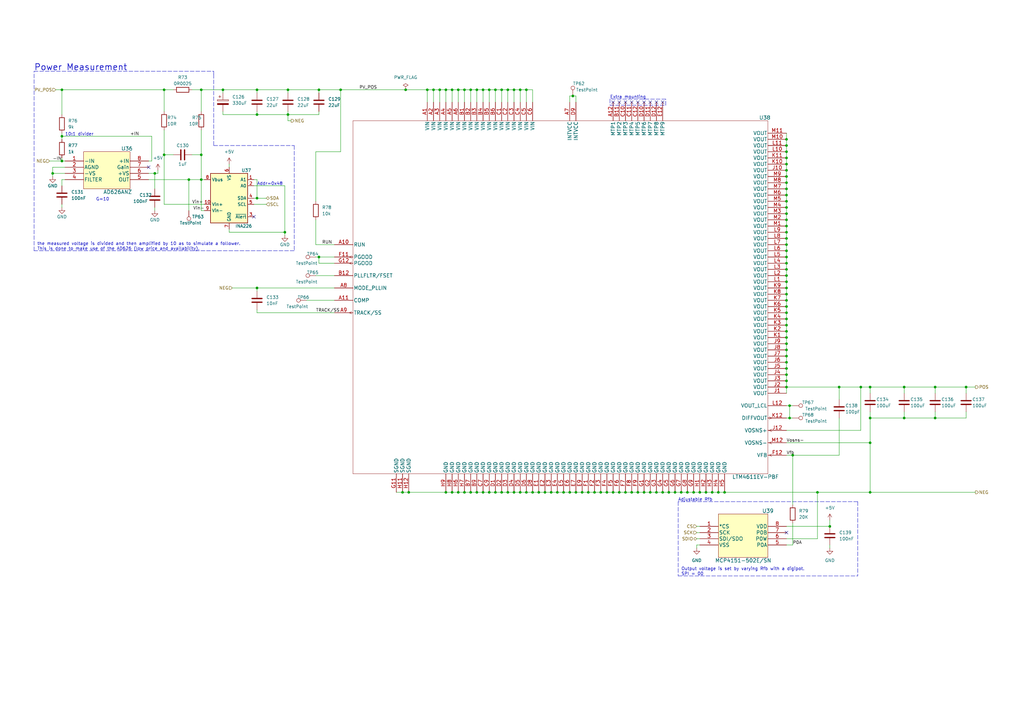
<source format=kicad_sch>
(kicad_sch (version 20211123) (generator eeschema)
  (paper "A3")
  (lib_symbols
    (symbol "AD626ANZ:AD626ANZ" (pin_names (offset 0.254))
      (property "Reference" "U?" (at 39.37 10.16 0))
      (property "Value" "AD626ANZ" (at 39.37 6.35 0))
      (symbol "AD626ANZ_1_1"
        (rectangle (start 29.21 3.81) (end 48.26 -11.43) (fill (type background)))
        (pin unspecified line (at 21.59 0 0) (length 7.62) (name "-IN") (number "1"))
        (pin unspecified line (at 21.59 -2.54 0) (length 7.62) (name "AGND") (number "2"))
        (pin power_in line (at 21.59 -5.08 0) (length 7.62) (name "-VS") (number "3"))
        (pin unspecified line (at 21.59 -7.62 0) (length 7.62) (name "FILTER") (number "4"))
        (pin unspecified line (at 55.88 -7.62 180) (length 7.62) (name "OUT") (number "5"))
        (pin power_in line (at 55.88 -5.08 180) (length 7.62) (name "+VS") (number "6"))
        (pin unspecified line (at 55.88 -2.54 180) (length 7.62) (name "Gain") (number "7"))
        (pin unspecified line (at 55.88 0 180) (length 7.62) (name "+IN") (number "8"))
      )
    )
    (symbol "Analog_ADC:INA226"
      (property "Reference" "U" (at -6.35 11.43 0))
      (property "Value" "INA226" (at 3.81 11.43 0))
      (symbol "INA226_0_1"
        (rectangle (start 7.62 10.16) (end -7.62 -10.16) (stroke (width 0.254)) (fill (type background)))
      )
      (symbol "INA226_1_1"
        (pin input line (at 10.16 7.62 180) (length 2.54) (name "A1") (number "1"))
        (pin input line (at -10.16 -2.54 0) (length 2.54) (name "Vin+") (number "10"))
        (pin input line (at 10.16 5.08 180) (length 2.54) (name "A0") (number "2"))
        (pin open_collector line (at 10.16 -7.62 180) (length 2.54) (name "~{Alert}") (number "3"))
        (pin bidirectional line (at 10.16 0 180) (length 2.54) (name "SDA") (number "4"))
        (pin input line (at 10.16 -2.54 180) (length 2.54) (name "SCL") (number "5"))
        (pin power_in line (at 0 12.7 270) (length 2.54) (name "VS") (number "6"))
        (pin power_in line (at 0 -12.7 90) (length 2.54) (name "GND") (number "7"))
        (pin input line (at -10.16 7.62 0) (length 2.54) (name "Vbus") (number "8"))
        (pin input line (at -10.16 -5.08 0) (length 2.54) (name "Vin-") (number "9"))
      )
    )
    (symbol "Connector:TestPoint" (pin_numbers hide) (pin_names (offset 0.762) hide)
      (property "Reference" "TP" (at 0 6.858 0))
      (property "Value" "TestPoint" (at 0 5.08 0))
      (symbol "TestPoint_0_1"
        (circle (center 0 3.302) (radius 0.762))
      )
      (symbol "TestPoint_1_1"
        (pin passive line (at 0 0 90) (length 2.54) (name "1") (number "1"))
      )
    )
    (symbol "Device:C" (pin_numbers hide) (pin_names (offset 0.254))
      (property "Reference" "C" (at 0.635 2.54 0))
      (property "Value" "C" (at 0.635 -2.54 0))
      (symbol "C_0_1"
        (polyline (pts (xy -2.032 -0.762) (xy 2.032 -0.762)) (stroke (width 0.508)))
        (polyline (pts (xy -2.032 0.762) (xy 2.032 0.762)) (stroke (width 0.508)))
      )
      (symbol "C_1_1"
        (pin passive line (at 0 3.81 270) (length 2.794) (name "~") (number "1"))
        (pin passive line (at 0 -3.81 90) (length 2.794) (name "~") (number "2"))
      )
    )
    (symbol "Device:C_Polarized" (pin_numbers hide) (pin_names (offset 0.254))
      (property "Reference" "C" (at 0.635 2.54 0))
      (property "Value" "C_Polarized" (at 0.635 -2.54 0))
      (symbol "C_Polarized_0_1"
        (rectangle (start -2.286 0.508) (end 2.286 1.016))
        (polyline (pts (xy -1.778 2.286) (xy -0.762 2.286)))
        (polyline (pts (xy -1.27 2.794) (xy -1.27 1.778)))
        (rectangle (start 2.286 -0.508) (end -2.286 -1.016) (fill (type outline)))
      )
      (symbol "C_Polarized_1_1"
        (pin passive line (at 0 3.81 270) (length 2.794) (name "~") (number "1"))
        (pin passive line (at 0 -3.81 90) (length 2.794) (name "~") (number "2"))
      )
    )
    (symbol "Device:R" (pin_numbers hide) (pin_names (offset 0))
      (property "Reference" "R" (at 2.032 0 90))
      (property "Value" "R" (at 0 0 90))
      (symbol "R_0_1"
        (rectangle (start -1.016 -2.54) (end 1.016 2.54) (stroke (width 0.254)))
      )
      (symbol "R_1_1"
        (pin passive line (at 0 3.81 270) (length 1.27) (name "~") (number "1"))
        (pin passive line (at 0 -3.81 90) (length 1.27) (name "~") (number "2"))
      )
    )
    (symbol "LTM4611EV:LTM4611EV-PBF" (pin_names (offset 0.254))
      (property "Reference" "U38" (at 176.53 52.07 0))
      (property "Value" "LTM4611EV-PBF" (at 172.72 -95.25 0))
      (symbol "LTM4611EV-PBF_1_1"
        (polyline (pts (xy 7.112 -28.448) (xy 6.0452 -27.94)) (stroke (width 0.127)))
        (polyline (pts (xy 7.112 -27.432) (xy 6.0452 -27.94)) (stroke (width 0.127)))
        (polyline (pts (xy 7.112 -8.128) (xy 6.0452 -7.62)) (stroke (width 0.127)))
        (polyline (pts (xy 7.112 -7.112) (xy 6.0452 -7.62)) (stroke (width 0.127)))
        (polyline (pts (xy 7.112 -5.588) (xy 6.0452 -5.08)) (stroke (width 0.127)))
        (polyline (pts (xy 7.112 -4.572) (xy 6.0452 -5.08)) (stroke (width 0.127)))
        (polyline (pts (xy 7.62 -93.98) (xy 177.8 -93.98)) (stroke (width 0.127)))
        (polyline (pts (xy 7.62 50.8) (xy 7.62 -93.98)) (stroke (width 0.127)))
        (polyline (pts (xy 177.8 -93.98) (xy 177.8 50.8)) (stroke (width 0.127)))
        (polyline (pts (xy 177.8 50.8) (xy 7.62 50.8)) (stroke (width 0.127)))
        (polyline (pts (xy 178.308 -86.36) (xy 179.3748 -86.868)) (stroke (width 0.127)))
        (polyline (pts (xy 178.308 -86.36) (xy 179.3748 -85.852)) (stroke (width 0.127)))
        (polyline (pts (xy 178.308 -81.28) (xy 179.3748 -81.788)) (stroke (width 0.127)))
        (polyline (pts (xy 178.308 -81.28) (xy 179.3748 -80.772)) (stroke (width 0.127)))
        (polyline (pts (xy 178.308 -76.2) (xy 179.3748 -76.708)) (stroke (width 0.127)))
        (polyline (pts (xy 178.308 -76.2) (xy 179.3748 -75.692)) (stroke (width 0.127)))
        (polyline (pts (xy 178.308 -71.628) (xy 179.3748 -71.12)) (stroke (width 0.127)))
        (polyline (pts (xy 178.308 -70.612) (xy 179.3748 -71.12)) (stroke (width 0.127)))
        (pin power_in line (at 38.1 58.42 270) (length 7.62) (name "VIN") (number "A1"))
        (pin unspecified line (at 0 0 0) (length 7.62) (name "RUN") (number "A10"))
        (pin unspecified line (at 0 -22.86 0) (length 7.62) (name "COMP") (number "A11"))
        (pin unspecified line (at 114.3 58.42 270) (length 7.62) (name "MTP1") (number "A12"))
        (pin power_in line (at 40.64 58.42 270) (length 7.62) (name "VIN") (number "A2"))
        (pin power_in line (at 43.18 58.42 270) (length 7.62) (name "VIN") (number "A3"))
        (pin power_in line (at 45.72 58.42 270) (length 7.62) (name "VIN") (number "A4"))
        (pin power_in line (at 48.26 58.42 270) (length 7.62) (name "VIN") (number "A5"))
        (pin power_in line (at 50.8 58.42 270) (length 7.62) (name "VIN") (number "A6"))
        (pin passive line (at 96.52 58.42 270) (length 7.62) (name "INTVCC") (number "A7"))
        (pin unspecified line (at 0 -17.78 0) (length 7.62) (name "MODE_PLLIN") (number "A8"))
        (pin output line (at 0 -27.94 0) (length 7.62) (name "TRACK/SS") (number "A9"))
        (pin power_in line (at 53.34 58.42 270) (length 7.62) (name "VIN") (number "B1"))
        (pin unspecified line (at 116.84 58.42 270) (length 7.62) (name "MTP2") (number "B11"))
        (pin unspecified line (at 0 -12.7 0) (length 7.62) (name "PLLFLTR/FSET") (number "B12"))
        (pin power_in line (at 55.88 58.42 270) (length 7.62) (name "VIN") (number "B2"))
        (pin power_in line (at 58.42 58.42 270) (length 7.62) (name "VIN") (number "B3"))
        (pin power_in line (at 60.96 58.42 270) (length 7.62) (name "VIN") (number "B4"))
        (pin power_in line (at 63.5 58.42 270) (length 7.62) (name "VIN") (number "B5"))
        (pin power_in line (at 66.04 58.42 270) (length 7.62) (name "VIN") (number "B6"))
        (pin power_in line (at 55.88 -101.6 90) (length 7.62) (name "GND") (number "B7"))
        (pin power_in line (at 58.42 -101.6 90) (length 7.62) (name "GND") (number "B9"))
        (pin power_in line (at 68.58 58.42 270) (length 7.62) (name "VIN") (number "C1"))
        (pin unspecified line (at 119.38 58.42 270) (length 7.62) (name "MTP3") (number "C10"))
        (pin unspecified line (at 121.92 58.42 270) (length 7.62) (name "MTP4") (number "C11"))
        (pin unspecified line (at 124.46 58.42 270) (length 7.62) (name "MTP5") (number "C12"))
        (pin power_in line (at 71.12 58.42 270) (length 7.62) (name "VIN") (number "C2"))
        (pin power_in line (at 73.66 58.42 270) (length 7.62) (name "VIN") (number "C3"))
        (pin power_in line (at 76.2 58.42 270) (length 7.62) (name "VIN") (number "C4"))
        (pin power_in line (at 78.74 58.42 270) (length 7.62) (name "VIN") (number "C5"))
        (pin power_in line (at 81.28 58.42 270) (length 7.62) (name "VIN") (number "C6"))
        (pin power_in line (at 60.96 -101.6 90) (length 7.62) (name "GND") (number "C7"))
        (pin power_in line (at 63.5 -101.6 90) (length 7.62) (name "GND") (number "C9"))
        (pin power_in line (at 66.04 -101.6 90) (length 7.62) (name "GND") (number "D1"))
        (pin unspecified line (at 127 58.42 270) (length 7.62) (name "MTP6") (number "D10"))
        (pin unspecified line (at 129.54 58.42 270) (length 7.62) (name "MTP7") (number "D11"))
        (pin unspecified line (at 132.08 58.42 270) (length 7.62) (name "MTP8") (number "D12"))
        (pin power_in line (at 68.58 -101.6 90) (length 7.62) (name "GND") (number "D2"))
        (pin power_in line (at 71.12 -101.6 90) (length 7.62) (name "GND") (number "D3"))
        (pin power_in line (at 73.66 -101.6 90) (length 7.62) (name "GND") (number "D4"))
        (pin power_in line (at 76.2 -101.6 90) (length 7.62) (name "GND") (number "D5"))
        (pin power_in line (at 78.74 -101.6 90) (length 7.62) (name "GND") (number "D6"))
        (pin power_in line (at 81.28 -101.6 90) (length 7.62) (name "GND") (number "D8"))
        (pin passive line (at 99.06 58.42 270) (length 7.62) (name "INTVCC") (number "D9"))
        (pin power_in line (at 83.82 -101.6 90) (length 7.62) (name "GND") (number "E1"))
        (pin unspecified line (at 134.62 58.42 270) (length 7.62) (name "MTP9") (number "E12"))
        (pin power_in line (at 86.36 -101.6 90) (length 7.62) (name "GND") (number "E2"))
        (pin power_in line (at 88.9 -101.6 90) (length 7.62) (name "GND") (number "E3"))
        (pin power_in line (at 91.44 -101.6 90) (length 7.62) (name "GND") (number "E4"))
        (pin power_in line (at 93.98 -101.6 90) (length 7.62) (name "GND") (number "E5"))
        (pin power_in line (at 96.52 -101.6 90) (length 7.62) (name "GND") (number "E6"))
        (pin power_in line (at 99.06 -101.6 90) (length 7.62) (name "GND") (number "E7"))
        (pin power_in line (at 101.6 -101.6 90) (length 7.62) (name "GND") (number "E9"))
        (pin power_in line (at 104.14 -101.6 90) (length 7.62) (name "GND") (number "F1"))
        (pin passive line (at 0 -5.08 0) (length 7.62) (name "PGOOD") (number "F11"))
        (pin input line (at 185.42 -86.36 180) (length 7.62) (name "VFB") (number "F12"))
        (pin power_in line (at 106.68 -101.6 90) (length 7.62) (name "GND") (number "F2"))
        (pin power_in line (at 109.22 -101.6 90) (length 7.62) (name "GND") (number "F3"))
        (pin power_in line (at 111.76 -101.6 90) (length 7.62) (name "GND") (number "F4"))
        (pin power_in line (at 114.3 -101.6 90) (length 7.62) (name "GND") (number "F5"))
        (pin power_in line (at 116.84 -101.6 90) (length 7.62) (name "GND") (number "F6"))
        (pin power_in line (at 119.38 -101.6 90) (length 7.62) (name "GND") (number "F7"))
        (pin power_in line (at 121.92 -101.6 90) (length 7.62) (name "GND") (number "F8"))
        (pin power_in line (at 124.46 -101.6 90) (length 7.62) (name "GND") (number "F9"))
        (pin power_in line (at 127 -101.6 90) (length 7.62) (name "GND") (number "G1"))
        (pin power_in line (at 25.4 -101.6 90) (length 7.62) (name "SGND") (number "G11"))
        (pin passive line (at 0 -7.62 0) (length 7.62) (name "PGOOD") (number "G12"))
        (pin power_in line (at 129.54 -101.6 90) (length 7.62) (name "GND") (number "G2"))
        (pin power_in line (at 132.08 -101.6 90) (length 7.62) (name "GND") (number "G3"))
        (pin power_in line (at 134.62 -101.6 90) (length 7.62) (name "GND") (number "G4"))
        (pin power_in line (at 137.16 -101.6 90) (length 7.62) (name "GND") (number "G5"))
        (pin power_in line (at 139.7 -101.6 90) (length 7.62) (name "GND") (number "G6"))
        (pin power_in line (at 142.24 -101.6 90) (length 7.62) (name "GND") (number "G7"))
        (pin power_in line (at 144.78 -101.6 90) (length 7.62) (name "GND") (number "G8"))
        (pin power_in line (at 147.32 -101.6 90) (length 7.62) (name "GND") (number "G9"))
        (pin power_in line (at 149.86 -101.6 90) (length 7.62) (name "GND") (number "H1"))
        (pin power_in line (at 27.94 -101.6 90) (length 7.62) (name "SGND") (number "H11"))
        (pin power_in line (at 30.48 -101.6 90) (length 7.62) (name "SGND") (number "H12"))
        (pin power_in line (at 152.4 -101.6 90) (length 7.62) (name "GND") (number "H2"))
        (pin power_in line (at 154.94 -101.6 90) (length 7.62) (name "GND") (number "H3"))
        (pin power_in line (at 157.48 -101.6 90) (length 7.62) (name "GND") (number "H4"))
        (pin power_in line (at 160.02 -101.6 90) (length 7.62) (name "GND") (number "H5"))
        (pin power_in line (at 50.8 -101.6 90) (length 7.62) (name "GND") (number "H6"))
        (pin power_in line (at 53.34 -101.6 90) (length 7.62) (name "GND") (number "H7"))
        (pin power_in line (at 48.26 -101.6 90) (length 7.62) (name "GND") (number "H8"))
        (pin power_in line (at 45.72 -101.6 90) (length 7.62) (name "GND") (number "H9"))
        (pin power_in line (at 185.42 -60.96 180) (length 7.62) (name "VOUT") (number "J1"))
        (pin power_in line (at 185.42 30.48 180) (length 7.62) (name "VOUT") (number "J10"))
        (pin input line (at 185.42 -76.2 180) (length 7.62) (name "VOSNS+") (number "J12"))
        (pin power_in line (at 185.42 -58.42 180) (length 7.62) (name "VOUT") (number "J2"))
        (pin power_in line (at 185.42 -55.88 180) (length 7.62) (name "VOUT") (number "J3"))
        (pin power_in line (at 185.42 -53.34 180) (length 7.62) (name "VOUT") (number "J4"))
        (pin power_in line (at 185.42 -50.8 180) (length 7.62) (name "VOUT") (number "J5"))
        (pin power_in line (at 185.42 -48.26 180) (length 7.62) (name "VOUT") (number "J6"))
        (pin power_in line (at 185.42 -45.72 180) (length 7.62) (name "VOUT") (number "J7"))
        (pin power_in line (at 185.42 -43.18 180) (length 7.62) (name "VOUT") (number "J8"))
        (pin power_in line (at 185.42 -40.64 180) (length 7.62) (name "VOUT") (number "J9"))
        (pin power_in line (at 185.42 -38.1 180) (length 7.62) (name "VOUT") (number "K1"))
        (pin power_in line (at 185.42 33.02 180) (length 7.62) (name "VOUT") (number "K10"))
        (pin power_in line (at 185.42 35.56 180) (length 7.62) (name "VOUT") (number "K11"))
        (pin output line (at 185.42 -71.12 180) (length 7.62) (name "DIFFVOUT") (number "K12"))
        (pin power_in line (at 185.42 -35.56 180) (length 7.62) (name "VOUT") (number "K2"))
        (pin power_in line (at 185.42 -33.02 180) (length 7.62) (name "VOUT") (number "K3"))
        (pin power_in line (at 185.42 -30.48 180) (length 7.62) (name "VOUT") (number "K4"))
        (pin power_in line (at 185.42 -27.94 180) (length 7.62) (name "VOUT") (number "K5"))
        (pin power_in line (at 185.42 -25.4 180) (length 7.62) (name "VOUT") (number "K6"))
        (pin power_in line (at 185.42 -22.86 180) (length 7.62) (name "VOUT") (number "K7"))
        (pin power_in line (at 185.42 -20.32 180) (length 7.62) (name "VOUT") (number "K8"))
        (pin power_in line (at 185.42 -17.78 180) (length 7.62) (name "VOUT") (number "K9"))
        (pin power_in line (at 185.42 -15.24 180) (length 7.62) (name "VOUT") (number "L1"))
        (pin power_in line (at 185.42 38.1 180) (length 7.62) (name "VOUT") (number "L10"))
        (pin power_in line (at 185.42 40.64 180) (length 7.62) (name "VOUT") (number "L11"))
        (pin input line (at 185.42 -66.04 180) (length 7.62) (name "VOUT_LCL") (number "L12"))
        (pin power_in line (at 185.42 -12.7 180) (length 7.62) (name "VOUT") (number "L2"))
        (pin power_in line (at 185.42 -10.16 180) (length 7.62) (name "VOUT") (number "L3"))
        (pin power_in line (at 185.42 -7.62 180) (length 7.62) (name "VOUT") (number "L4"))
        (pin power_in line (at 185.42 -5.08 180) (length 7.62) (name "VOUT") (number "L5"))
        (pin power_in line (at 185.42 -2.54 180) (length 7.62) (name "VOUT") (number "L6"))
        (pin power_in line (at 185.42 0 180) (length 7.62) (name "VOUT") (number "L7"))
        (pin power_in line (at 185.42 2.54 180) (length 7.62) (name "VOUT") (number "L8"))
        (pin power_in line (at 185.42 5.08 180) (length 7.62) (name "VOUT") (number "L9"))
        (pin power_in line (at 185.42 7.62 180) (length 7.62) (name "VOUT") (number "M1"))
        (pin power_in line (at 185.42 43.18 180) (length 7.62) (name "VOUT") (number "M10"))
        (pin power_in line (at 185.42 45.72 180) (length 7.62) (name "VOUT") (number "M11"))
        (pin input line (at 185.42 -81.28 180) (length 7.62) (name "VOSNS-") (number "M12"))
        (pin power_in line (at 185.42 10.16 180) (length 7.62) (name "VOUT") (number "M2"))
        (pin power_in line (at 185.42 12.7 180) (length 7.62) (name "VOUT") (number "M3"))
        (pin power_in line (at 185.42 15.24 180) (length 7.62) (name "VOUT") (number "M4"))
        (pin power_in line (at 185.42 17.78 180) (length 7.62) (name "VOUT") (number "M5"))
        (pin power_in line (at 185.42 20.32 180) (length 7.62) (name "VOUT") (number "M6"))
        (pin power_in line (at 185.42 22.86 180) (length 7.62) (name "VOUT") (number "M7"))
        (pin power_in line (at 185.42 25.4 180) (length 7.62) (name "VOUT") (number "M8"))
        (pin power_in line (at 185.42 27.94 180) (length 7.62) (name "VOUT") (number "M9"))
      )
    )
    (symbol "MCP4151:MCP4151-502E{slash}SN" (pin_names (offset 0.254))
      (property "Reference" "U7" (at 58.42 6.35 0))
      (property "Value" "MCP4151-502E/SN" (at 48.26 -13.97 0))
      (symbol "MCP4151-502E{slash}SN_0_1"
        (rectangle (start 38.1 5.08) (end 58.42 -12.7) (fill (type background)))
      )
      (symbol "MCP4151-502E{slash}SN_1_1"
        (pin input line (at 30.48 0 0) (length 7.62) (name "*CS") (number "1"))
        (pin input line (at 30.48 -2.54 0) (length 7.62) (name "SCK") (number "2"))
        (pin bidirectional line (at 30.48 -5.08 0) (length 7.62) (name "SDI/SDO") (number "3"))
        (pin power_in line (at 30.48 -7.62 0) (length 7.62) (name "VSS") (number "4"))
        (pin passive line (at 66.04 -7.62 180) (length 7.62) (name "P0A") (number "5"))
        (pin passive line (at 66.04 -5.08 180) (length 7.62) (name "P0W") (number "6"))
        (pin passive line (at 66.04 -2.54 180) (length 7.62) (name "P0B") (number "7"))
        (pin power_in line (at 66.04 0 180) (length 7.62) (name "VDD") (number "8"))
      )
    )
    (symbol "power:+5V" (power) (pin_names (offset 0))
      (property "Value" "+5V" (at 0 3.556 0))
      (symbol "+5V_0_1"
        (polyline (pts (xy -0.762 1.27) (xy 0 2.54)))
        (polyline (pts (xy 0 0) (xy 0 2.54)))
        (polyline (pts (xy 0 2.54) (xy 0.762 1.27)))
      )
      (symbol "+5V_1_1"
        (pin power_in line (at 0 0 90) (length 0) hide (name "+5V") (number "1"))
      )
    )
    (symbol "power:GND" (power) (pin_names (offset 0))
      (property "Value" "GND" (at 0 -3.81 0))
      (symbol "GND_0_1"
        (polyline (pts (xy 0 0) (xy 0 -1.27) (xy 1.27 -1.27) (xy 0 -2.54) (xy -1.27 -1.27) (xy 0 -1.27)))
      )
      (symbol "GND_1_1"
        (pin power_in line (at 0 0 270) (length 0) hide (name "GND") (number "1"))
      )
    )
    (symbol "power:PWR_FLAG" (power) (pin_numbers hide) (pin_names (offset 0) hide)
      (property "Value" "PWR_FLAG" (at 0 3.81 0))
      (symbol "PWR_FLAG_0_0"
        (pin power_out line (at 0 0 90) (length 0) (name "pwr") (number "1"))
      )
      (symbol "PWR_FLAG_0_1"
        (polyline (pts (xy 0 0) (xy 0 1.27) (xy -1.016 1.905) (xy 0 2.54) (xy 1.016 1.905) (xy 0 1.27)))
      )
    )
  )
  (junction (at 167.64 201.93))
  (junction (at 238.76 201.93))
  (junction (at 223.52 201.93))
  (junction (at 203.2 36.83))
  (junction (at 25.4 66.04))
  (junction (at 187.96 36.83))
  (junction (at 322.58 110.49))
  (junction (at 246.38 201.93))
  (junction (at 105.41 118.11))
  (junction (at 166.37 36.83))
  (junction (at 226.06 201.93))
  (junction (at 322.58 130.81))
  (junction (at 322.58 59.69))
  (junction (at 118.11 46.99))
  (junction (at 21.59 71.12))
  (junction (at 356.87 201.93))
  (junction (at 180.34 36.83))
  (junction (at 105.41 46.99))
  (junction (at 279.4 201.93))
  (junction (at 187.96 201.93))
  (junction (at 91.44 36.83))
  (junction (at 118.11 36.83))
  (junction (at 185.42 36.83))
  (junction (at 322.58 123.19))
  (junction (at 322.58 97.79))
  (junction (at 130.81 105.41))
  (junction (at 284.48 201.93))
  (junction (at 297.18 201.93))
  (junction (at 322.58 153.67))
  (junction (at 220.98 201.93))
  (junction (at 231.14 201.93))
  (junction (at 210.82 201.93))
  (junction (at 200.66 36.83))
  (junction (at 322.58 69.85))
  (junction (at 139.7 36.83))
  (junction (at 205.74 201.93))
  (junction (at 322.58 67.31))
  (junction (at 25.4 55.88))
  (junction (at 243.84 201.93))
  (junction (at 383.54 171.45))
  (junction (at 322.58 90.17))
  (junction (at 344.17 158.75))
  (junction (at 356.87 181.61))
  (junction (at 203.2 201.93))
  (junction (at 67.31 36.83))
  (junction (at 198.12 201.93))
  (junction (at 340.36 215.9))
  (junction (at 182.88 201.93))
  (junction (at 200.66 201.93))
  (junction (at 322.58 95.25))
  (junction (at 67.31 63.5))
  (junction (at 323.85 171.45))
  (junction (at 322.58 146.05))
  (junction (at 322.58 85.09))
  (junction (at 190.5 36.83))
  (junction (at 251.46 201.93))
  (junction (at 322.58 151.13))
  (junction (at 322.58 100.33))
  (junction (at 287.02 201.93))
  (junction (at 213.36 201.93))
  (junction (at 322.58 113.03))
  (junction (at 213.36 36.83))
  (junction (at 322.58 64.77))
  (junction (at 185.42 201.93))
  (junction (at 396.24 158.75))
  (junction (at 325.12 186.69))
  (junction (at 281.94 201.93))
  (junction (at 322.58 133.35))
  (junction (at 116.84 95.25))
  (junction (at 195.58 36.83))
  (junction (at 208.28 36.83))
  (junction (at 322.58 156.21))
  (junction (at 256.54 201.93))
  (junction (at 105.41 81.28))
  (junction (at 175.26 36.83))
  (junction (at 322.58 105.41))
  (junction (at 182.88 36.83))
  (junction (at 198.12 36.83))
  (junction (at 190.5 201.93))
  (junction (at 269.24 201.93))
  (junction (at 322.58 128.27))
  (junction (at 274.32 201.93))
  (junction (at 248.92 201.93))
  (junction (at 276.86 201.93))
  (junction (at 259.08 201.93))
  (junction (at 205.74 36.83))
  (junction (at 289.56 201.93))
  (junction (at 82.55 63.5))
  (junction (at 208.28 201.93))
  (junction (at 322.58 140.97))
  (junction (at 233.68 201.93))
  (junction (at 322.58 72.39))
  (junction (at 241.3 201.93))
  (junction (at 322.58 102.87))
  (junction (at 266.7 201.93))
  (junction (at 292.1 201.93))
  (junction (at 322.58 115.57))
  (junction (at 25.4 36.83))
  (junction (at 370.84 158.75))
  (junction (at 323.85 166.37))
  (junction (at 193.04 36.83))
  (junction (at 322.58 135.89))
  (junction (at 294.64 201.93))
  (junction (at 335.28 201.93))
  (junction (at 370.84 171.45))
  (junction (at 356.87 171.45))
  (junction (at 254 201.93))
  (junction (at 236.22 201.93))
  (junction (at 165.1 201.93))
  (junction (at 210.82 36.83))
  (junction (at 264.16 201.93))
  (junction (at 322.58 80.01))
  (junction (at 322.58 57.15))
  (junction (at 322.58 62.23))
  (junction (at 177.8 36.83))
  (junction (at 234.95 39.37))
  (junction (at 383.54 158.75))
  (junction (at 322.58 143.51))
  (junction (at 228.6 201.93))
  (junction (at 77.47 73.66))
  (junction (at 322.58 158.75))
  (junction (at 193.04 201.93))
  (junction (at 322.58 82.55))
  (junction (at 130.81 36.83))
  (junction (at 322.58 148.59))
  (junction (at 215.9 36.83))
  (junction (at 322.58 87.63))
  (junction (at 218.44 201.93))
  (junction (at 322.58 92.71))
  (junction (at 322.58 74.93))
  (junction (at 82.55 73.66))
  (junction (at 261.62 201.93))
  (junction (at 322.58 120.65))
  (junction (at 322.58 107.95))
  (junction (at 356.87 158.75))
  (junction (at 82.55 36.83))
  (junction (at 195.58 201.93))
  (junction (at 271.78 201.93))
  (junction (at 215.9 201.93))
  (junction (at 353.06 158.75))
  (junction (at 322.58 125.73))
  (junction (at 63.5 71.12))
  (junction (at 322.58 118.11))
  (junction (at 322.58 77.47))
  (junction (at 322.58 138.43))
  (junction (at 105.41 36.83))
  (no_connect (at 104.14 88.9))
  (no_connect (at 256.54 41.91))
  (no_connect (at 261.62 41.91))
  (no_connect (at 264.16 41.91))
  (no_connect (at 266.7 41.91))
  (no_connect (at 60.96 68.58))
  (no_connect (at 271.78 41.91))
  (no_connect (at 322.58 218.44))
  (no_connect (at 251.46 41.91))
  (no_connect (at 254 41.91))
  (no_connect (at 269.24 41.91))
  (no_connect (at 259.08 41.91))
  (wire (pts (xy 20.32 66.04) (xy 25.4 66.04)))
  (wire (pts (xy 335.28 201.93) (xy 356.87 201.93)))
  (wire (pts (xy 322.58 92.71) (xy 322.58 90.17)))
  (wire (pts (xy 93.98 67.31) (xy 93.98 68.58)))
  (wire (pts (xy 213.36 36.83) (xy 213.36 41.91)))
  (wire (pts (xy 208.28 36.83) (xy 210.82 36.83)))
  (polyline (pts (xy 13.97 29.21) (xy 87.63 29.21)))
  (wire (pts (xy 353.06 158.75) (xy 356.87 158.75)))
  (wire (pts (xy 185.42 201.93) (xy 187.96 201.93)))
  (wire (pts (xy 82.55 36.83) (xy 91.44 36.83)))
  (wire (pts (xy 322.58 143.51) (xy 322.58 146.05)))
  (wire (pts (xy 205.74 36.83) (xy 205.74 41.91)))
  (wire (pts (xy 322.58 87.63) (xy 322.58 90.17)))
  (wire (pts (xy 322.58 54.61) (xy 322.58 57.15)))
  (wire (pts (xy 322.58 146.05) (xy 322.58 148.59)))
  (wire (pts (xy 137.16 100.33) (xy 129.54 100.33)))
  (wire (pts (xy 203.2 201.93) (xy 205.74 201.93)))
  (wire (pts (xy 198.12 201.93) (xy 200.66 201.93)))
  (wire (pts (xy 180.34 36.83) (xy 180.34 41.91)))
  (wire (pts (xy 322.58 72.39) (xy 322.58 74.93)))
  (wire (pts (xy 325.12 186.69) (xy 325.12 207.01)))
  (wire (pts (xy 175.26 41.91) (xy 175.26 36.83)))
  (wire (pts (xy 292.1 201.93) (xy 294.64 201.93)))
  (wire (pts (xy 165.1 201.93) (xy 162.56 201.93)))
  (wire (pts (xy 287.02 201.93) (xy 284.48 201.93)))
  (wire (pts (xy 396.24 158.75) (xy 396.24 161.29)))
  (wire (pts (xy 264.16 201.93) (xy 266.7 201.93)))
  (wire (pts (xy 356.87 181.61) (xy 356.87 201.93)))
  (wire (pts (xy 215.9 36.83) (xy 218.44 36.83)))
  (wire (pts (xy 215.9 36.83) (xy 215.9 41.91)))
  (wire (pts (xy 116.84 76.2) (xy 116.84 95.25)))
  (wire (pts (xy 177.8 36.83) (xy 180.34 36.83)))
  (wire (pts (xy 182.88 36.83) (xy 182.88 41.91)))
  (wire (pts (xy 130.81 45.72) (xy 130.81 46.99)))
  (wire (pts (xy 344.17 158.75) (xy 344.17 163.83)))
  (wire (pts (xy 356.87 171.45) (xy 356.87 181.61)))
  (wire (pts (xy 325.12 186.69) (xy 344.17 186.69)))
  (wire (pts (xy 223.52 201.93) (xy 226.06 201.93)))
  (wire (pts (xy 63.5 85.09) (xy 63.5 86.36)))
  (wire (pts (xy 64.77 69.85) (xy 64.77 71.12)))
  (wire (pts (xy 77.47 73.66) (xy 77.47 86.36)))
  (wire (pts (xy 370.84 158.75) (xy 370.84 161.29)))
  (wire (pts (xy 82.55 73.66) (xy 83.82 73.66)))
  (wire (pts (xy 118.11 36.83) (xy 130.81 36.83)))
  (wire (pts (xy 139.7 62.23) (xy 139.7 36.83)))
  (wire (pts (xy 83.82 83.82) (xy 67.31 83.82)))
  (wire (pts (xy 251.46 201.93) (xy 254 201.93)))
  (wire (pts (xy 220.98 201.93) (xy 223.52 201.93)))
  (wire (pts (xy 284.48 201.93) (xy 281.94 201.93)))
  (wire (pts (xy 322.58 100.33) (xy 322.58 97.79)))
  (wire (pts (xy 137.16 107.95) (xy 130.81 107.95)))
  (wire (pts (xy 256.54 201.93) (xy 259.08 201.93)))
  (wire (pts (xy 200.66 36.83) (xy 203.2 36.83)))
  (wire (pts (xy 195.58 36.83) (xy 195.58 41.91)))
  (wire (pts (xy 22.86 36.83) (xy 25.4 36.83)))
  (wire (pts (xy 167.64 201.93) (xy 182.88 201.93)))
  (wire (pts (xy 25.4 36.83) (xy 67.31 36.83)))
  (wire (pts (xy 396.24 158.75) (xy 400.05 158.75)))
  (wire (pts (xy 213.36 36.83) (xy 215.9 36.83)))
  (wire (pts (xy 356.87 158.75) (xy 370.84 158.75)))
  (wire (pts (xy 322.58 113.03) (xy 322.58 110.49)))
  (wire (pts (xy 104.14 83.82) (xy 109.22 83.82)))
  (wire (pts (xy 322.58 220.98) (xy 335.28 220.98)))
  (wire (pts (xy 125.73 123.19) (xy 137.16 123.19)))
  (wire (pts (xy 93.98 95.25) (xy 93.98 93.98)))
  (wire (pts (xy 91.44 36.83) (xy 105.41 36.83)))
  (wire (pts (xy 344.17 171.45) (xy 344.17 186.69)))
  (wire (pts (xy 198.12 36.83) (xy 198.12 41.91)))
  (polyline (pts (xy 87.63 29.21) (xy 87.63 30.48)))
  (wire (pts (xy 241.3 201.93) (xy 243.84 201.93)))
  (wire (pts (xy 243.84 201.93) (xy 246.38 201.93)))
  (wire (pts (xy 25.4 55.88) (xy 25.4 57.15)))
  (wire (pts (xy 177.8 36.83) (xy 177.8 41.91)))
  (wire (pts (xy 322.58 80.01) (xy 322.58 82.55)))
  (wire (pts (xy 105.41 36.83) (xy 118.11 36.83)))
  (wire (pts (xy 356.87 168.91) (xy 356.87 171.45)))
  (wire (pts (xy 203.2 36.83) (xy 205.74 36.83)))
  (wire (pts (xy 118.11 45.72) (xy 118.11 46.99)))
  (wire (pts (xy 236.22 39.37) (xy 236.22 41.91)))
  (wire (pts (xy 322.58 176.53) (xy 353.06 176.53)))
  (wire (pts (xy 322.58 130.81) (xy 322.58 133.35)))
  (polyline (pts (xy 351.79 205.74) (xy 351.79 236.22)))
  (wire (pts (xy 116.84 95.25) (xy 116.84 96.52)))
  (wire (pts (xy 210.82 201.93) (xy 213.36 201.93)))
  (wire (pts (xy 322.58 100.33) (xy 322.58 102.87)))
  (wire (pts (xy 129.54 62.23) (xy 139.7 62.23)))
  (wire (pts (xy 105.41 118.11) (xy 105.41 119.38)))
  (wire (pts (xy 190.5 36.83) (xy 190.5 41.91)))
  (wire (pts (xy 325.12 171.45) (xy 323.85 171.45)))
  (polyline (pts (xy 273.05 43.18) (xy 273.05 40.64)))
  (wire (pts (xy 254 201.93) (xy 256.54 201.93)))
  (wire (pts (xy 353.06 176.53) (xy 353.06 158.75)))
  (wire (pts (xy 182.88 36.83) (xy 185.42 36.83)))
  (wire (pts (xy 93.98 95.25) (xy 116.84 95.25)))
  (wire (pts (xy 322.58 92.71) (xy 322.58 95.25)))
  (wire (pts (xy 67.31 63.5) (xy 71.12 63.5)))
  (wire (pts (xy 104.14 76.2) (xy 116.84 76.2)))
  (wire (pts (xy 193.04 36.83) (xy 193.04 41.91)))
  (wire (pts (xy 274.32 201.93) (xy 276.86 201.93)))
  (wire (pts (xy 190.5 201.93) (xy 187.96 201.93)))
  (wire (pts (xy 335.28 220.98) (xy 335.28 201.93)))
  (wire (pts (xy 322.58 64.77) (xy 322.58 67.31)))
  (wire (pts (xy 21.59 68.58) (xy 26.67 68.58)))
  (wire (pts (xy 271.78 201.93) (xy 274.32 201.93)))
  (wire (pts (xy 118.11 36.83) (xy 118.11 38.1)))
  (wire (pts (xy 25.4 36.83) (xy 25.4 46.99)))
  (wire (pts (xy 297.18 201.93) (xy 294.64 201.93)))
  (wire (pts (xy 78.74 36.83) (xy 82.55 36.83)))
  (wire (pts (xy 208.28 201.93) (xy 210.82 201.93)))
  (wire (pts (xy 322.58 158.75) (xy 344.17 158.75)))
  (polyline (pts (xy 278.13 205.74) (xy 278.13 236.22)))
  (wire (pts (xy 322.58 105.41) (xy 322.58 107.95)))
  (wire (pts (xy 322.58 62.23) (xy 322.58 59.69)))
  (wire (pts (xy 285.75 220.98) (xy 287.02 220.98)))
  (wire (pts (xy 130.81 36.83) (xy 139.7 36.83)))
  (wire (pts (xy 198.12 36.83) (xy 200.66 36.83)))
  (wire (pts (xy 285.75 223.52) (xy 287.02 223.52)))
  (wire (pts (xy 130.81 105.41) (xy 129.54 105.41)))
  (wire (pts (xy 322.58 153.67) (xy 322.58 156.21)))
  (wire (pts (xy 118.11 49.53) (xy 119.38 49.53)))
  (wire (pts (xy 325.12 214.63) (xy 325.12 223.52)))
  (polyline (pts (xy 351.79 205.74) (xy 278.13 205.74)))
  (wire (pts (xy 105.41 36.83) (xy 105.41 38.1)))
  (wire (pts (xy 193.04 36.83) (xy 195.58 36.83)))
  (wire (pts (xy 322.58 166.37) (xy 323.85 166.37)))
  (wire (pts (xy 205.74 201.93) (xy 208.28 201.93)))
  (wire (pts (xy 105.41 81.28) (xy 109.22 81.28)))
  (wire (pts (xy 233.68 201.93) (xy 236.22 201.93)))
  (wire (pts (xy 91.44 36.83) (xy 91.44 38.1)))
  (wire (pts (xy 356.87 171.45) (xy 370.84 171.45)))
  (wire (pts (xy 340.36 213.36) (xy 340.36 215.9)))
  (wire (pts (xy 285.75 224.79) (xy 285.75 223.52)))
  (wire (pts (xy 322.58 138.43) (xy 322.58 140.97)))
  (wire (pts (xy 185.42 36.83) (xy 187.96 36.83)))
  (wire (pts (xy 271.78 201.93) (xy 269.24 201.93)))
  (wire (pts (xy 233.68 201.93) (xy 231.14 201.93)))
  (wire (pts (xy 82.55 63.5) (xy 82.55 73.66)))
  (wire (pts (xy 210.82 36.83) (xy 210.82 41.91)))
  (wire (pts (xy 356.87 158.75) (xy 356.87 161.29)))
  (wire (pts (xy 21.59 68.58) (xy 21.59 71.12)))
  (wire (pts (xy 82.55 73.66) (xy 82.55 86.36)))
  (wire (pts (xy 130.81 105.41) (xy 137.16 105.41)))
  (wire (pts (xy 187.96 36.83) (xy 190.5 36.83)))
  (wire (pts (xy 129.54 90.17) (xy 129.54 100.33)))
  (wire (pts (xy 62.23 66.04) (xy 60.96 66.04)))
  (wire (pts (xy 322.58 95.25) (xy 322.58 97.79)))
  (wire (pts (xy 285.75 215.9) (xy 287.02 215.9)))
  (wire (pts (xy 63.5 71.12) (xy 63.5 77.47)))
  (wire (pts (xy 218.44 201.93) (xy 220.98 201.93)))
  (wire (pts (xy 383.54 158.75) (xy 383.54 161.29)))
  (wire (pts (xy 322.58 85.09) (xy 322.58 87.63)))
  (wire (pts (xy 226.06 201.93) (xy 228.6 201.93)))
  (wire (pts (xy 210.82 36.83) (xy 213.36 36.83)))
  (wire (pts (xy 105.41 45.72) (xy 105.41 46.99)))
  (wire (pts (xy 105.41 73.66) (xy 105.41 81.28)))
  (wire (pts (xy 82.55 53.34) (xy 82.55 63.5)))
  (polyline (pts (xy 120.65 102.87) (xy 13.97 102.87)))
  (wire (pts (xy 21.59 71.12) (xy 21.59 72.39)))
  (wire (pts (xy 322.58 107.95) (xy 322.58 110.49)))
  (wire (pts (xy 60.96 73.66) (xy 77.47 73.66)))
  (wire (pts (xy 340.36 223.52) (xy 340.36 224.79)))
  (wire (pts (xy 195.58 36.83) (xy 198.12 36.83)))
  (wire (pts (xy 276.86 201.93) (xy 279.4 201.93)))
  (wire (pts (xy 322.58 82.55) (xy 322.58 85.09)))
  (wire (pts (xy 261.62 201.93) (xy 264.16 201.93)))
  (wire (pts (xy 25.4 54.61) (xy 25.4 55.88)))
  (wire (pts (xy 130.81 107.95) (xy 130.81 105.41)))
  (wire (pts (xy 166.37 36.83) (xy 175.26 36.83)))
  (wire (pts (xy 322.58 133.35) (xy 322.58 135.89)))
  (wire (pts (xy 82.55 86.36) (xy 83.82 86.36)))
  (wire (pts (xy 370.84 171.45) (xy 383.54 171.45)))
  (wire (pts (xy 322.58 128.27) (xy 322.58 130.81)))
  (wire (pts (xy 322.58 151.13) (xy 322.58 148.59)))
  (wire (pts (xy 322.58 113.03) (xy 322.58 115.57)))
  (wire (pts (xy 190.5 201.93) (xy 193.04 201.93)))
  (wire (pts (xy 323.85 171.45) (xy 322.58 171.45)))
  (wire (pts (xy 370.84 168.91) (xy 370.84 171.45)))
  (wire (pts (xy 129.54 82.55) (xy 129.54 62.23)))
  (wire (pts (xy 396.24 171.45) (xy 383.54 171.45)))
  (wire (pts (xy 383.54 168.91) (xy 383.54 171.45)))
  (wire (pts (xy 139.7 36.83) (xy 166.37 36.83)))
  (wire (pts (xy 322.58 115.57) (xy 322.58 118.11)))
  (wire (pts (xy 67.31 83.82) (xy 67.31 63.5)))
  (wire (pts (xy 238.76 201.93) (xy 241.3 201.93)))
  (wire (pts (xy 104.14 81.28) (xy 105.41 81.28)))
  (wire (pts (xy 234.95 39.37) (xy 236.22 39.37)))
  (wire (pts (xy 130.81 36.83) (xy 130.81 38.1)))
  (wire (pts (xy 91.44 45.72) (xy 91.44 46.99)))
  (wire (pts (xy 285.75 218.44) (xy 287.02 218.44)))
  (wire (pts (xy 322.58 123.19) (xy 322.58 125.73)))
  (wire (pts (xy 322.58 151.13) (xy 322.58 153.67)))
  (wire (pts (xy 322.58 140.97) (xy 322.58 143.51)))
  (wire (pts (xy 180.34 36.83) (xy 182.88 36.83)))
  (wire (pts (xy 187.96 36.83) (xy 187.96 41.91)))
  (wire (pts (xy 137.16 128.27) (xy 105.41 128.27)))
  (wire (pts (xy 297.18 201.93) (xy 335.28 201.93)))
  (wire (pts (xy 322.58 181.61) (xy 356.87 181.61)))
  (wire (pts (xy 233.68 39.37) (xy 234.95 39.37)))
  (wire (pts (xy 236.22 201.93) (xy 238.76 201.93)))
  (wire (pts (xy 105.41 118.11) (xy 137.16 118.11)))
  (wire (pts (xy 60.96 71.12) (xy 63.5 71.12)))
  (wire (pts (xy 200.66 36.83) (xy 200.66 41.91)))
  (wire (pts (xy 77.47 73.66) (xy 82.55 73.66)))
  (wire (pts (xy 21.59 71.12) (xy 26.67 71.12)))
  (wire (pts (xy 322.58 57.15) (xy 322.58 59.69)))
  (wire (pts (xy 322.58 77.47) (xy 322.58 74.93)))
  (wire (pts (xy 322.58 102.87) (xy 322.58 105.41)))
  (wire (pts (xy 67.31 36.83) (xy 67.31 45.72)))
  (wire (pts (xy 62.23 55.88) (xy 62.23 66.04)))
  (wire (pts (xy 322.58 223.52) (xy 325.12 223.52)))
  (wire (pts (xy 105.41 128.27) (xy 105.41 127)))
  (polyline (pts (xy 120.65 59.69) (xy 120.65 102.87)))
  (wire (pts (xy 208.28 36.83) (xy 208.28 41.91)))
  (wire (pts (xy 322.58 135.89) (xy 322.58 138.43)))
  (wire (pts (xy 82.55 36.83) (xy 82.55 45.72)))
  (wire (pts (xy 325.12 186.69) (xy 322.58 186.69)))
  (wire (pts (xy 370.84 158.75) (xy 383.54 158.75)))
  (wire (pts (xy 289.56 201.93) (xy 292.1 201.93)))
  (wire (pts (xy 25.4 64.77) (xy 25.4 66.04)))
  (wire (pts (xy 118.11 46.99) (xy 130.81 46.99)))
  (wire (pts (xy 104.14 73.66) (xy 105.41 73.66)))
  (wire (pts (xy 91.44 46.99) (xy 105.41 46.99)))
  (wire (pts (xy 25.4 55.88) (xy 62.23 55.88)))
  (wire (pts (xy 78.74 63.5) (xy 82.55 63.5)))
  (wire (pts (xy 396.24 168.91) (xy 396.24 171.45)))
  (wire (pts (xy 198.12 201.93) (xy 195.58 201.93)))
  (wire (pts (xy 248.92 201.93) (xy 251.46 201.93)))
  (wire (pts (xy 323.85 166.37) (xy 323.85 171.45)))
  (wire (pts (xy 118.11 46.99) (xy 118.11 49.53)))
  (wire (pts (xy 228.6 201.93) (xy 231.14 201.93)))
  (wire (pts (xy 25.4 66.04) (xy 26.67 66.04)))
  (wire (pts (xy 129.54 113.03) (xy 137.16 113.03)))
  (wire (pts (xy 233.68 41.91) (xy 233.68 39.37)))
  (polyline (pts (xy 87.63 59.69) (xy 120.65 59.69)))
  (wire (pts (xy 344.17 158.75) (xy 353.06 158.75)))
  (polyline (pts (xy 87.63 30.48) (xy 87.63 59.69)))
  (wire (pts (xy 322.58 215.9) (xy 340.36 215.9)))
  (wire (pts (xy 67.31 63.5) (xy 67.31 53.34)))
  (wire (pts (xy 322.58 118.11) (xy 322.58 120.65)))
  (wire (pts (xy 259.08 201.93) (xy 261.62 201.93)))
  (wire (pts (xy 182.88 201.93) (xy 185.42 201.93)))
  (wire (pts (xy 287.02 201.93) (xy 289.56 201.93)))
  (wire (pts (xy 26.67 73.66) (xy 25.4 73.66)))
  (wire (pts (xy 200.66 201.93) (xy 203.2 201.93)))
  (wire (pts (xy 322.58 120.65) (xy 322.58 123.19)))
  (wire (pts (xy 167.64 201.93) (xy 165.1 201.93)))
  (wire (pts (xy 322.58 125.73) (xy 322.58 128.27)))
  (wire (pts (xy 356.87 201.93) (xy 400.05 201.93)))
  (wire (pts (xy 322.58 67.31) (xy 322.58 69.85)))
  (wire (pts (xy 205.74 36.83) (xy 208.28 36.83)))
  (wire (pts (xy 63.5 71.12) (xy 64.77 71.12)))
  (wire (pts (xy 383.54 158.75) (xy 396.24 158.75)))
  (wire (pts (xy 25.4 83.82) (xy 25.4 85.09)))
  (wire (pts (xy 323.85 166.37) (xy 325.12 166.37)))
  (wire (pts (xy 281.94 201.93) (xy 279.4 201.93)))
  (wire (pts (xy 25.4 73.66) (xy 25.4 76.2)))
  (wire (pts (xy 95.25 118.11) (xy 105.41 118.11)))
  (polyline (pts (xy 250.19 43.18) (xy 273.05 43.18)))
  (wire (pts (xy 67.31 36.83) (xy 71.12 36.83)))
  (wire (pts (xy 213.36 201.93) (xy 215.9 201.93)))
  (wire (pts (xy 203.2 36.83) (xy 203.2 41.91)))
  (polyline (pts (xy 250.19 40.64) (xy 250.19 43.18)))
  (wire (pts (xy 190.5 36.83) (xy 193.04 36.83)))
  (wire (pts (xy 322.58 72.39) (xy 322.58 69.85)))
  (wire (pts (xy 218.44 36.83) (xy 218.44 41.91)))
  (wire (pts (xy 322.58 62.23) (xy 322.58 64.77)))
  (wire (pts (xy 322.58 158.75) (xy 322.58 161.29)))
  (polyline (pts (xy 13.97 102.87) (xy 13.97 29.21)))
  (wire (pts (xy 246.38 201.93) (xy 248.92 201.93)))
  (wire (pts (xy 193.04 201.93) (xy 195.58 201.93)))
  (wire (pts (xy 215.9 201.93) (xy 218.44 201.93)))
  (polyline (pts (xy 278.13 236.22) (xy 351.79 236.22)))
  (wire (pts (xy 322.58 77.47) (xy 322.58 80.01)))
  (wire (pts (xy 175.26 36.83) (xy 177.8 36.83)))
  (wire (pts (xy 266.7 201.93) (xy 269.24 201.93)))
  (wire (pts (xy 185.42 36.83) (xy 185.42 41.91)))
  (polyline (pts (xy 273.05 40.64) (xy 250.19 40.64)))
  (wire (pts (xy 105.41 46.99) (xy 118.11 46.99)))
  (wire (pts (xy 322.58 156.21) (xy 322.58 158.75)))
  (text "Addr=0x48" (at 105.41 76.2 0) (effects (font (size 1.27 1.27)) (justify left bottom)))
  (text "G=10" (at 39.37 82.55 0) (effects (font (size 1.27 1.27)) (justify left bottom)))
  (text "Power Measurement\n" (at 13.97 29.21 0) (effects (font (size 2.54 2.54) (thickness 0.254) bold) (justify left bottom)))
  (text "the measured voltage is divided and then amplified by 10 as to simulate a follower.\nThis is done to make use of the AD626 (low price and availability)." (at 15.24 102.87 0) (effects (font (size 1.27 1.27)) (justify left bottom)))
  (text "Adjustable Rfb\n" (at 278.13 205.74 0) (effects (font (size 1.27 1.27)) (justify left bottom)))
  (text "Extra mounting" (at 250.19 40.64 0) (effects (font (size 1.27 1.27)) (justify left bottom)))
  (text "Output voltage is set by varying Rfb with a digipot.\nSPI = 00" (at 279.4 236.22 0) (effects (font (size 1.27 1.27)) (justify left bottom)))
  (text "10:1 divider" (at 26.67 55.88 0) (effects (font (size 1.27 1.27)) (justify left bottom)))
  (label "-IN" (at 21.59 66.04 0))
  (label "Vfb" (at 322.58 186.69 0))
  (label "Vosns-" (at 322.58 181.61 0))
  (label "TRACK{slash}SS" (at 129.54 128.27 0))
  (label "Vin+" (at 78.74 83.82 0))
  (label "RUN" (at 132.08 100.33 0))
  (label "+IN" (at 53.34 55.88 0))
  (label "PV_POS" (at 147.32 36.83 0))
  (label "P0A" (at 325.12 223.52 0))
  (label "Vin-" (at 83.82 86.36 180))
  (hierarchical_label "POS" (shape output) (at 400.05 158.75 0))
  (hierarchical_label "SCK" (shape input) (at 285.75 218.44 180))
  (hierarchical_label "SDIO" (shape bidirectional) (at 285.75 220.98 180))
  (hierarchical_label "CS" (shape input) (at 285.75 215.9 180))
  (hierarchical_label "SDA" (shape bidirectional) (at 109.22 81.28 0))
  (hierarchical_label "NEG" (shape output) (at 119.38 49.53 0))
  (hierarchical_label "NEG" (shape input) (at 95.25 118.11 180))
  (hierarchical_label "SCL" (shape input) (at 109.22 83.82 0))
  (hierarchical_label "NEG" (shape output) (at 400.05 201.93 0))
  (hierarchical_label "NEG" (shape input) (at 20.32 66.04 180))
  (hierarchical_label "PV_POS" (shape input) (at 22.86 36.83 180))
  (symbol (lib_id "power:GND") (at 340.36 224.79 0) (unit 1)
    (property "Reference" "#PWR0110" (effects hide))
    (property "Value" "GND" (at 340.36 229.87 0))
  )
  (symbol (lib_id "MCP4151:MCP4151-502E{slash}SN") (at 256.54 215.9 0) (unit 1)
    (property "Reference" "U39" (at 314.96 209.55 0) (effects (font (size 1.524 1.524))))
    (property "Value" "MCP4151-502E/SN" (at 304.8 229.87 0) (effects (font (size 1.524 1.524))))
    (property "Footprint" "Package_SO:MSOP-8_3x3mm_P0.65mm" (effects hide))
    (property "Datasheet" "https://ww1.microchip.com/downloads/aemDocuments/documents/OTH/ProductDocuments/DataSheets/22060b.pdf" (effects hide))
  )
  (symbol (lib_id "Connector:TestPoint") (at 234.95 39.37 0) (unit 1)
    (property "Reference" "TP62" (at 234.95 34.29 0) (effects (justify left)))
    (property "Value" "TestPoint" (at 236.22 36.83 0) (effects (justify left)))
    (property "Footprint" "TestPoint:TestPoint_Pad_D2.0mm" (effects hide))
  )
  (symbol (lib_id "Connector:TestPoint") (at 129.54 113.03 90) (unit 1)
    (property "Reference" "TP65" (at 128.27 111.76 90))
    (property "Value" "TestPoint" (at 125.73 115.57 90))
    (property "Footprint" "TestPoint:TestPoint_Pad_D2.0mm" (effects hide))
  )
  (symbol (lib_id "Device:C") (at 356.87 165.1 0) (unit 1)
    (property "Reference" "C134" (at 359.41 163.83 0) (effects (justify left)))
    (property "Value" "100uF" (at 359.41 166.37 0) (effects (justify left)))
    (property "Footprint" "Capacitor_SMD:C_1206_3216Metric" (effects hide))
  )
  (symbol (lib_id "Device:C") (at 396.24 165.1 0) (unit 1)
    (property "Reference" "C137" (at 398.78 163.83 0) (effects (justify left)))
    (property "Value" "100uF" (at 398.78 166.37 0) (effects (justify left)))
    (property "Footprint" "Capacitor_SMD:C_1206_3216Metric" (effects hide))
  )
  (symbol (lib_id "Device:C") (at 25.4 80.01 0) (unit 1)
    (property "Reference" "C131" (at 29.21 78.7399 0) (effects (justify left)))
    (property "Value" "100nF" (at 29.21 81.2799 0) (effects (justify left)))
    (property "Footprint" "Capacitor_SMD:C_0805_2012Metric" (effects hide))
  )
  (symbol (lib_id "Device:C_Polarized") (at 91.44 41.91 0) (unit 1)
    (property "Reference" "C126" (at 95.25 39.7509 0) (effects (justify left)))
    (property "Value" "330uF" (at 95.25 42.2909 0) (effects (justify left)))
    (property "Footprint" "Capacitor_SMD:CP_Elec_8x6.9" (effects hide))
  )
  (symbol (lib_id "Device:R") (at 25.4 50.8 0) (unit 1)
    (property "Reference" "R76" (at 27.94 49.5299 0) (effects (justify left)))
    (property "Value" "9k" (at 27.94 52.0699 0) (effects (justify left)))
    (property "Footprint" "Resistor_SMD:R_0805_2012Metric" (effects hide))
    (property "Datasheet" "https://www.yageo.com/upload/media/product/productsearch/datasheet/rchip/PYu-RT_1-to-0.01_RoHS_L_13.pdf" (effects hide))
  )
  (symbol (lib_id "Device:C") (at 344.17 167.64 0) (unit 1)
    (property "Reference" "C138" (at 346.71 166.37 0) (effects (justify left)))
    (property "Value" "100pF" (at 346.71 168.91 0) (effects (justify left)))
    (property "Footprint" "Capacitor_SMD:C_0805_2012Metric" (effects hide))
  )
  (symbol (lib_id "power:GND") (at 21.59 72.39 0) (unit 1)
    (property "Reference" "#PWR0104" (effects hide))
    (property "Value" "GND" (at 21.59 76.2 0))
  )
  (symbol (lib_id "Device:R") (at 74.93 36.83 90) (unit 1)
    (property "Reference" "R73" (at 74.93 31.75 90))
    (property "Value" "0R0025" (at 74.93 34.29 90))
    (property "Footprint" "Resistor_SMD:R_1206_3216Metric" (effects hide))
  )
  (symbol (lib_id "Device:C") (at 105.41 41.91 0) (unit 1)
    (property "Reference" "C127" (at 109.22 40.6399 0) (effects (justify left)))
    (property "Value" "22uF" (at 109.22 43.1799 0) (effects (justify left)))
    (property "Footprint" "Capacitor_SMD:C_0805_2012Metric" (effects hide))
  )
  (symbol (lib_id "Analog_ADC:INA226") (at 93.98 81.28 0) (unit 1)
    (property "Reference" "U37" (at 99.06 69.85 0) (effects (justify left)))
    (property "Value" "INA226" (at 96.52 92.71 0) (effects (justify left)))
    (property "Footprint" "Package_SO:VSSOP-10_3x3mm_P0.5mm" (effects hide))
    (property "Datasheet" "http://www.ti.com/lit/ds/symlink/ina226.pdf" (effects hide))
  )
  (symbol (lib_id "power:+5V") (at 64.77 69.85 0) (unit 1)
    (property "Reference" "#PWR0103" (effects hide))
    (property "Value" "+5V" (at 64.77 64.77 0))
  )
  (symbol (lib_id "Device:R") (at 129.54 86.36 0) (unit 1)
    (property "Reference" "R78" (at 132.08 85.0899 0) (effects (justify left)))
    (property "Value" "10k" (at 132.08 87.6299 0) (effects (justify left)))
    (property "Footprint" "Resistor_SMD:R_0805_2012Metric" (effects hide))
  )
  (symbol (lib_id "Connector:TestPoint") (at 325.12 166.37 270) (unit 1)
    (property "Reference" "TP67" (at 328.93 165.1 90) (effects (justify left)))
    (property "Value" "TestPoint" (at 330.2 167.64 90) (effects (justify left)))
    (property "Footprint" "TestPoint:TestPoint_Pad_D2.0mm" (effects hide))
  )
  (symbol (lib_id "Device:R") (at 325.12 210.82 0) (unit 1)
    (property "Reference" "R79" (at 327.66 209.5499 0) (effects (justify left)))
    (property "Value" "20K" (at 327.66 212.0899 0) (effects (justify left)))
    (property "Footprint" "Resistor_SMD:R_0805_2012Metric" (effects hide))
  )
  (symbol (lib_id "Device:R") (at 82.55 49.53 0) (unit 1)
    (property "Reference" "R75" (at 78.74 48.26 0) (effects (justify left)))
    (property "Value" "10R" (at 77.47 50.8 0) (effects (justify left)))
    (property "Footprint" "Resistor_SMD:R_0805_2012Metric" (effects hide))
  )
  (symbol (lib_id "power:PWR_FLAG") (at 166.37 36.83 0) (unit 1)
    (property "Reference" "#FLG021" (effects hide))
    (property "Value" "PWR_FLAG" (at 166.37 31.75 0))
  )
  (symbol (lib_id "Device:R") (at 67.31 49.53 0) (unit 1)
    (property "Reference" "R74" (at 68.58 48.26 0) (effects (justify left)))
    (property "Value" "10R" (at 68.58 50.8 0) (effects (justify left)))
    (property "Footprint" "Resistor_SMD:R_0805_2012Metric" (effects hide))
  )
  (symbol (lib_id "Device:C") (at 383.54 165.1 0) (unit 1)
    (property "Reference" "C136" (at 386.08 163.83 0) (effects (justify left)))
    (property "Value" "100uF" (at 386.08 166.37 0) (effects (justify left)))
    (property "Footprint" "Capacitor_SMD:C_1206_3216Metric" (effects hide))
  )
  (symbol (lib_id "Device:C") (at 74.93 63.5 90) (unit 1)
    (property "Reference" "C130" (at 74.93 59.69 90))
    (property "Value" "1uF" (at 74.93 67.31 90))
    (property "Footprint" "Capacitor_SMD:C_0805_2012Metric" (effects hide))
  )
  (symbol (lib_id "Connector:TestPoint") (at 125.73 123.19 90) (unit 1)
    (property "Reference" "TP66" (at 124.46 121.92 90))
    (property "Value" "TestPoint" (at 121.92 125.73 90))
    (property "Footprint" "TestPoint:TestPoint_Pad_D2.0mm" (effects hide))
  )
  (symbol (lib_id "Connector:TestPoint") (at 325.12 171.45 270) (unit 1)
    (property "Reference" "TP68" (at 328.93 170.18 90) (effects (justify left)))
    (property "Value" "TestPoint" (at 330.2 172.72 90) (effects (justify left)))
    (property "Footprint" "TestPoint:TestPoint_Pad_D2.0mm" (effects hide))
  )
  (symbol (lib_id "Device:R") (at 25.4 60.96 0) (unit 1)
    (property "Reference" "R77" (at 27.94 59.6899 0) (effects (justify left)))
    (property "Value" "1k" (at 27.94 62.2299 0) (effects (justify left)))
    (property "Footprint" "Resistor_SMD:R_0805_2012Metric" (effects hide))
  )
  (symbol (lib_id "power:+5V") (at 93.98 67.31 0) (unit 1)
    (property "Reference" "#PWR0102" (effects hide))
    (property "Value" "+5V" (at 93.98 62.23 0))
  )
  (symbol (lib_id "Device:C") (at 118.11 41.91 0) (unit 1)
    (property "Reference" "C128" (at 121.92 40.6399 0) (effects (justify left)))
    (property "Value" "22uF" (at 121.92 43.1799 0) (effects (justify left)))
    (property "Footprint" "Capacitor_SMD:C_0805_2012Metric" (effects hide))
  )
  (symbol (lib_id "power:+5V") (at 340.36 213.36 0) (unit 1)
    (property "Reference" "#PWR0108" (effects hide))
    (property "Value" "+5V" (at 340.36 208.28 0))
  )
  (symbol (lib_id "Device:C") (at 130.81 41.91 0) (unit 1)
    (property "Reference" "C129" (at 134.62 40.6399 0) (effects (justify left)))
    (property "Value" "22uF" (at 134.62 43.1799 0) (effects (justify left)))
    (property "Footprint" "Capacitor_SMD:C_0805_2012Metric" (effects hide))
  )
  (symbol (lib_id "power:GND") (at 63.5 86.36 0) (unit 1)
    (property "Reference" "#PWR0106" (effects hide))
    (property "Value" "GND" (at 63.5 90.17 0))
  )
  (symbol (lib_id "Device:C") (at 105.41 123.19 0) (unit 1)
    (property "Reference" "C133" (at 109.22 121.9199 0) (effects (justify left)))
    (property "Value" "10nF" (at 109.22 124.4599 0) (effects (justify left)))
    (property "Footprint" "Capacitor_SMD:C_0805_2012Metric" (effects hide))
  )
  (symbol (lib_id "power:GND") (at 116.84 96.52 0) (unit 1)
    (property "Reference" "#PWR0107" (effects hide))
    (property "Value" "GND" (at 116.84 100.33 0))
  )
  (symbol (lib_id "power:GND") (at 25.4 85.09 0) (unit 1)
    (property "Reference" "#PWR0105" (effects hide))
    (property "Value" "GND" (at 25.4 88.9 0))
  )
  (symbol (lib_id "Device:C") (at 63.5 81.28 0) (unit 1)
    (property "Reference" "C132" (at 57.15 80.01 0) (effects (justify left)))
    (property "Value" "100nF" (at 54.61 82.55 0) (effects (justify left)))
    (property "Footprint" "Capacitor_SMD:C_0805_2012Metric" (effects hide))
  )
  (symbol (lib_id "Device:C") (at 370.84 165.1 0) (unit 1)
    (property "Reference" "C135" (at 373.38 163.83 0) (effects (justify left)))
    (property "Value" "100uF" (at 373.38 166.37 0) (effects (justify left)))
    (property "Footprint" "Capacitor_SMD:C_1206_3216Metric" (effects hide))
  )
  (symbol (lib_id "AD626ANZ:AD626ANZ") (at 5.08 66.04 0) (unit 1)
    (property "Reference" "U36" (at 52.07 60.96 0) (effects (font (size 1.524 1.524))))
    (property "Value" "AD626ANZ" (at 48.26 78.74 0) (effects (font (size 1.524 1.524))))
    (property "Footprint" "Package_DIP:DIP-8_W7.62mm_Socket_LongPads" (effects hide))
  )
  (symbol (lib_id "Connector:TestPoint") (at 77.47 86.36 180) (unit 1)
    (property "Reference" "TP63" (at 78.74 88.9 0) (effects (justify right)))
    (property "Value" "TestPoint" (at 73.66 91.44 0) (effects (justify right)))
    (property "Footprint" "TestPoint:TestPoint_Pad_D2.0mm" (effects hide))
  )
  (symbol (lib_id "LTM4611EV:LTM4611EV-PBF") (at 137.16 100.33 0) (unit 1)
    (property "Reference" "U38" (at 313.69 48.26 0) (effects (font (size 1.524 1.524))))
    (property "Value" "LTM4611EV-PBF" (at 309.88 195.58 0) (effects (font (size 1.524 1.524))))
    (property "Footprint" "Package_LGA:Linear_LGA-133_15.0x15.0mm_Layout12x12_P1.27mm" (effects hide))
  )
  (symbol (lib_id "power:GND") (at 285.75 224.79 0) (unit 1)
    (property "Reference" "#PWR0109" (effects hide))
    (property "Value" "GND" (at 285.75 229.87 0))
  )
  (symbol (lib_id "Device:C") (at 340.36 219.71 0) (unit 1)
    (property "Reference" "C139" (at 344.17 218.4399 0) (effects (justify left)))
    (property "Value" "100nF" (at 344.17 220.9799 0) (effects (justify left)))
    (property "Footprint" "Capacitor_SMD:C_0805_2012Metric" (effects hide))
  )
  (symbol (lib_id "Connector:TestPoint") (at 129.54 105.41 90) (unit 1)
    (property "Reference" "TP64" (at 128.27 104.14 90))
    (property "Value" "TestPoint" (at 125.73 107.95 90))
    (property "Footprint" "TestPoint:TestPoint_Pad_D2.0mm" (effects hide))
  )
)
</source>
